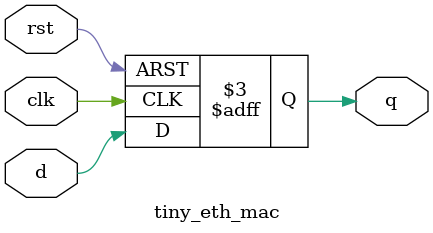
<source format=sv>
`timescale 1ps/1ps


module tiny_eth_mac(
    input   logic clk,
    input   logic rst,

    input   logic d,
    output  logic q
);

    always_ff @ (posedge clk or negedge rst) begin
        if (!rst)
            q <= '0;
        else
            q <= d;
    end



endmodule
</source>
